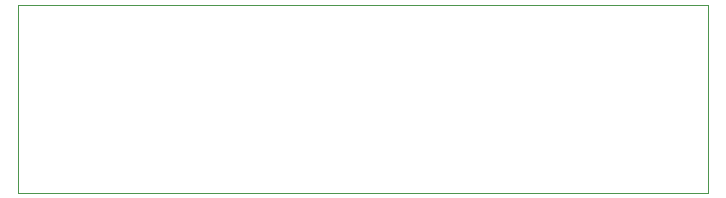
<source format=gm1>
G04 #@! TF.FileFunction,Profile,NP*
%FSLAX46Y46*%
G04 Gerber Fmt 4.6, Leading zero omitted, Abs format (unit mm)*
G04 Created by KiCad (PCBNEW 4.0.2-stable) date Wednesday, September 28, 2016 'PMt' 10:14:20 PM*
%MOMM*%
G01*
G04 APERTURE LIST*
%ADD10C,0.100000*%
G04 APERTURE END LIST*
D10*
X195834000Y-113030000D02*
X195834000Y-97155000D01*
X137414000Y-113030000D02*
X195834000Y-113030000D01*
X137414000Y-97155000D02*
X137414000Y-113030000D01*
X195834000Y-97155000D02*
X137414000Y-97155000D01*
M02*

</source>
